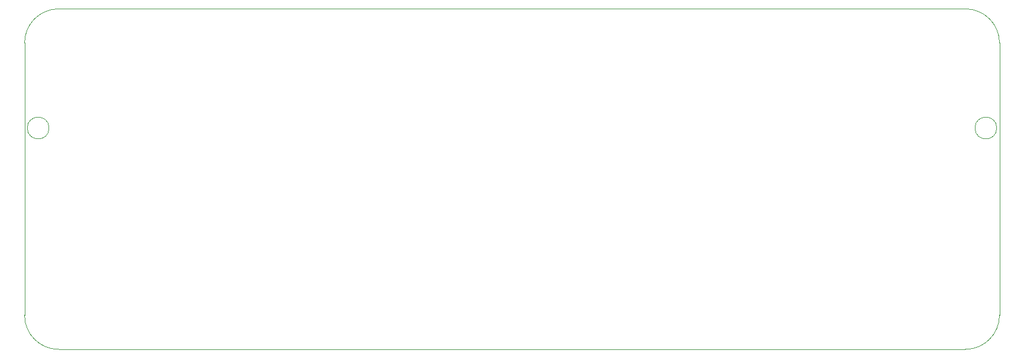
<source format=gbr>
G04 #@! TF.GenerationSoftware,KiCad,Pcbnew,(5.1.5)-3*
G04 #@! TF.CreationDate,2020-09-12T22:58:36+09:00*
G04 #@! TF.ProjectId,acrylic_nixie_clock,61637279-6c69-4635-9f6e-697869655f63,rev?*
G04 #@! TF.SameCoordinates,Original*
G04 #@! TF.FileFunction,Profile,NP*
%FSLAX46Y46*%
G04 Gerber Fmt 4.6, Leading zero omitted, Abs format (unit mm)*
G04 Created by KiCad (PCBNEW (5.1.5)-3) date 2020-09-12 22:58:36*
%MOMM*%
%LPD*%
G04 APERTURE LIST*
%ADD10C,0.050000*%
G04 APERTURE END LIST*
D10*
X193000000Y-95000000D02*
G75*
G02X188000000Y-100000000I-5000000J0D01*
G01*
X188000000Y-50000000D02*
G75*
G02X193000000Y-55000000I0J-5000000D01*
G01*
X192600000Y-67500000D02*
G75*
G03X192600000Y-67500000I-1600000J0D01*
G01*
X53600000Y-67500000D02*
G75*
G03X53600000Y-67500000I-1600000J0D01*
G01*
X55000000Y-100000000D02*
G75*
G02X50000000Y-95000000I0J5000000D01*
G01*
X50000000Y-55000000D02*
G75*
G02X55000000Y-50000000I5000000J0D01*
G01*
X50000000Y-95000000D02*
X50000000Y-55000000D01*
X188000000Y-100000000D02*
X55000000Y-100000000D01*
X193000000Y-55000000D02*
X193000000Y-95000000D01*
X55000000Y-50000000D02*
X188000000Y-50000000D01*
M02*

</source>
